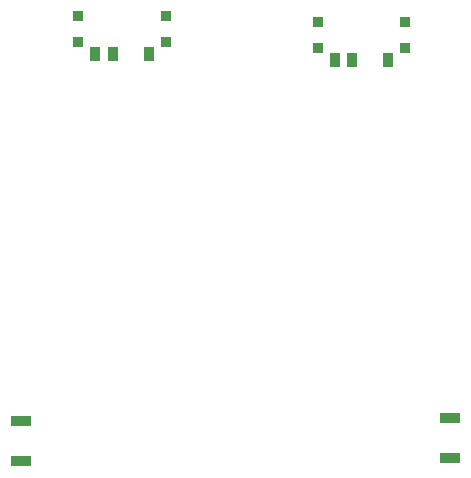
<source format=gbr>
%TF.GenerationSoftware,KiCad,Pcbnew,6.0.4+dfsg-1+b1*%
%TF.CreationDate,2022-04-16T20:30:22+01:00*%
%TF.ProjectId,sweep-mid,73776565-702d-46d6-9964-2e6b69636164,rev?*%
%TF.SameCoordinates,Original*%
%TF.FileFunction,Paste,Top*%
%TF.FilePolarity,Positive*%
%FSLAX46Y46*%
G04 Gerber Fmt 4.6, Leading zero omitted, Abs format (unit mm)*
G04 Created by KiCad (PCBNEW 6.0.4+dfsg-1+b1) date 2022-04-16 20:30:22*
%MOMM*%
%LPD*%
G01*
G04 APERTURE LIST*
%ADD10R,0.900000X0.900000*%
%ADD11R,0.900000X1.250000*%
%ADD12R,1.700000X0.900000*%
G04 APERTURE END LIST*
D10*
%TO.C,SW2*%
X136902000Y-85090000D03*
X144302000Y-85090000D03*
X136902000Y-82890000D03*
X144302000Y-82890000D03*
D11*
X142852000Y-86065000D03*
X139852000Y-86065000D03*
X138352000Y-86065000D03*
%TD*%
D12*
%TO.C,RSW1*%
X132080000Y-120572000D03*
X132080000Y-117172000D03*
%TD*%
%TO.C,RSW2*%
X168402000Y-120318000D03*
X168402000Y-116918000D03*
%TD*%
D10*
%TO.C,SW2*%
X157171840Y-85598000D03*
X164571840Y-83398000D03*
X164571840Y-85598000D03*
X157171840Y-83398000D03*
D11*
X163121840Y-86573000D03*
X160121840Y-86573000D03*
X158621840Y-86573000D03*
%TD*%
M02*

</source>
